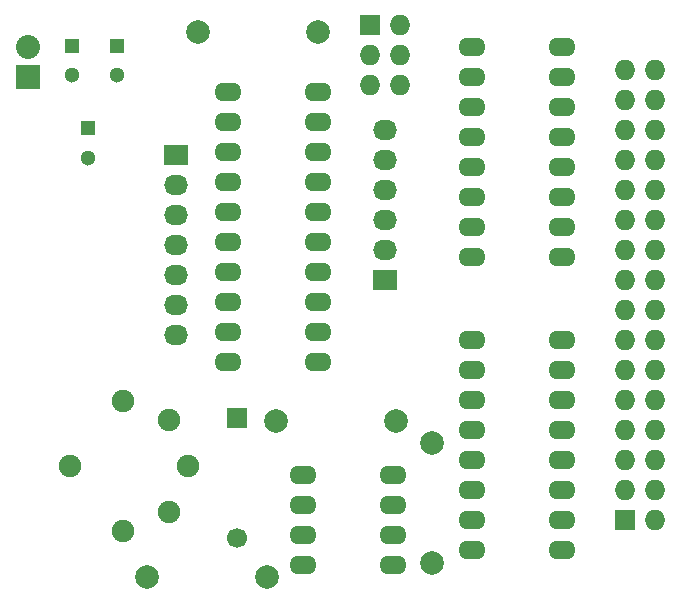
<source format=gbs>
G04 #@! TF.FileFunction,Soldermask,Bot*
%FSLAX46Y46*%
G04 Gerber Fmt 4.6, Leading zero omitted, Abs format (unit mm)*
G04 Created by KiCad (PCBNEW 4.0.1-stable) date Monday, January 11, 2016 'pmt' 06:27:43 pm*
%MOMM*%
G01*
G04 APERTURE LIST*
%ADD10C,0.100000*%
%ADD11R,1.300000X1.300000*%
%ADD12C,1.300000*%
%ADD13C,1.699260*%
%ADD14R,1.699260X1.699260*%
%ADD15O,2.300000X1.600000*%
%ADD16C,1.900000*%
%ADD17R,1.727200X1.727200*%
%ADD18O,1.727200X1.727200*%
%ADD19R,2.032000X1.727200*%
%ADD20O,2.032000X1.727200*%
%ADD21R,2.032000X2.032000*%
%ADD22O,2.032000X2.032000*%
%ADD23C,1.998980*%
G04 APERTURE END LIST*
D10*
D11*
X36322000Y-36068000D03*
D12*
X36322000Y-38568000D03*
D11*
X32512000Y-36068000D03*
D12*
X32512000Y-38568000D03*
D13*
X46484540Y-77724520D03*
D14*
X46484540Y-67564520D03*
D15*
X45720000Y-40005000D03*
X45720000Y-42545000D03*
X45720000Y-45085000D03*
X45720000Y-47625000D03*
X45720000Y-50165000D03*
X45720000Y-52705000D03*
X45720000Y-55245000D03*
X45720000Y-57785000D03*
X45720000Y-60325000D03*
X45720000Y-62865000D03*
X53340000Y-62865000D03*
X53340000Y-60325000D03*
X53340000Y-57785000D03*
X53340000Y-55245000D03*
X53340000Y-52705000D03*
X53340000Y-50165000D03*
X53340000Y-47625000D03*
X53340000Y-45085000D03*
X53340000Y-42545000D03*
X53340000Y-40005000D03*
D16*
X42330000Y-71628000D03*
X40719087Y-67738913D03*
X40719087Y-75517087D03*
X36830000Y-66128000D03*
X32330000Y-71628000D03*
X36830000Y-77128000D03*
D17*
X57785000Y-34290000D03*
D18*
X60325000Y-34290000D03*
X57785000Y-36830000D03*
X60325000Y-36830000D03*
X57785000Y-39370000D03*
X60325000Y-39370000D03*
D19*
X41338500Y-45275500D03*
D20*
X41338500Y-47815500D03*
X41338500Y-50355500D03*
X41338500Y-52895500D03*
X41338500Y-55435500D03*
X41338500Y-57975500D03*
X41338500Y-60515500D03*
D19*
X59055000Y-55880000D03*
D20*
X59055000Y-53340000D03*
X59055000Y-50800000D03*
X59055000Y-48260000D03*
X59055000Y-45720000D03*
X59055000Y-43180000D03*
D21*
X28829000Y-38735000D03*
D22*
X28829000Y-36195000D03*
D17*
X79375000Y-76200000D03*
D18*
X81915000Y-76200000D03*
X79375000Y-73660000D03*
X81915000Y-73660000D03*
X79375000Y-71120000D03*
X81915000Y-71120000D03*
X79375000Y-68580000D03*
X81915000Y-68580000D03*
X79375000Y-66040000D03*
X81915000Y-66040000D03*
X79375000Y-63500000D03*
X81915000Y-63500000D03*
X79375000Y-60960000D03*
X81915000Y-60960000D03*
X79375000Y-58420000D03*
X81915000Y-58420000D03*
X79375000Y-55880000D03*
X81915000Y-55880000D03*
X79375000Y-53340000D03*
X81915000Y-53340000D03*
X79375000Y-50800000D03*
X81915000Y-50800000D03*
X79375000Y-48260000D03*
X81915000Y-48260000D03*
X79375000Y-45720000D03*
X81915000Y-45720000D03*
X79375000Y-43180000D03*
X81915000Y-43180000D03*
X79375000Y-40640000D03*
X81915000Y-40640000D03*
X79375000Y-38100000D03*
X81915000Y-38100000D03*
D23*
X53340000Y-34925000D03*
X43180000Y-34925000D03*
X49022000Y-81026000D03*
X38862000Y-81026000D03*
X62992000Y-69659500D03*
X62992000Y-79819500D03*
X59944000Y-67818000D03*
X49784000Y-67818000D03*
D15*
X52070000Y-72390000D03*
X52070000Y-74930000D03*
X52070000Y-77470000D03*
X52070000Y-80010000D03*
X59690000Y-80010000D03*
X59690000Y-77470000D03*
X59690000Y-74930000D03*
X59690000Y-72390000D03*
X74041000Y-78740000D03*
X74041000Y-76200000D03*
X74041000Y-73660000D03*
X74041000Y-71120000D03*
X74041000Y-68580000D03*
X74041000Y-66040000D03*
X74041000Y-63500000D03*
X74041000Y-60960000D03*
X66421000Y-60960000D03*
X66421000Y-63500000D03*
X66421000Y-66040000D03*
X66421000Y-68580000D03*
X66421000Y-71120000D03*
X66421000Y-73660000D03*
X66421000Y-76200000D03*
X66421000Y-78740000D03*
X74041000Y-53975000D03*
X74041000Y-51435000D03*
X74041000Y-48895000D03*
X74041000Y-46355000D03*
X74041000Y-43815000D03*
X74041000Y-41275000D03*
X74041000Y-38735000D03*
X74041000Y-36195000D03*
X66421000Y-36195000D03*
X66421000Y-38735000D03*
X66421000Y-41275000D03*
X66421000Y-43815000D03*
X66421000Y-46355000D03*
X66421000Y-48895000D03*
X66421000Y-51435000D03*
X66421000Y-53975000D03*
D11*
X33909000Y-43053000D03*
D12*
X33909000Y-45553000D03*
M02*

</source>
